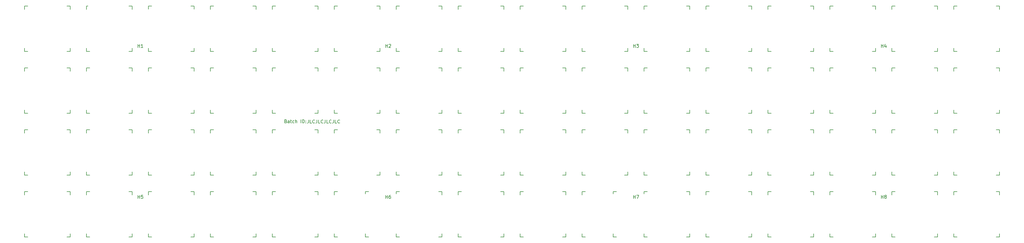
<source format=gbr>
%TF.GenerationSoftware,KiCad,Pcbnew,(6.0.11)*%
%TF.CreationDate,2023-02-13T13:43:31-05:00*%
%TF.ProjectId,HardLight,48617264-4c69-4676-9874-2e6b69636164,Mark 2 Rev F*%
%TF.SameCoordinates,Original*%
%TF.FileFunction,Legend,Top*%
%TF.FilePolarity,Positive*%
%FSLAX46Y46*%
G04 Gerber Fmt 4.6, Leading zero omitted, Abs format (unit mm)*
G04 Created by KiCad (PCBNEW (6.0.11)) date 2023-02-13 13:43:31*
%MOMM*%
%LPD*%
G01*
G04 APERTURE LIST*
%ADD10C,0.150000*%
%ADD11C,3.987800*%
%ADD12C,1.701800*%
%ADD13C,2.286000*%
%ADD14C,3.200000*%
%ADD15O,2.150000X1.750000*%
%ADD16C,0.650000*%
%ADD17O,1.000000X1.600000*%
%ADD18O,1.000000X2.100000*%
G04 APERTURE END LIST*
D10*
X112188988Y-109466071D02*
X112331845Y-109513690D01*
X112379464Y-109561309D01*
X112427083Y-109656547D01*
X112427083Y-109799404D01*
X112379464Y-109894642D01*
X112331845Y-109942261D01*
X112236607Y-109989880D01*
X111855654Y-109989880D01*
X111855654Y-108989880D01*
X112188988Y-108989880D01*
X112284226Y-109037500D01*
X112331845Y-109085119D01*
X112379464Y-109180357D01*
X112379464Y-109275595D01*
X112331845Y-109370833D01*
X112284226Y-109418452D01*
X112188988Y-109466071D01*
X111855654Y-109466071D01*
X113284226Y-109989880D02*
X113284226Y-109466071D01*
X113236607Y-109370833D01*
X113141369Y-109323214D01*
X112950892Y-109323214D01*
X112855654Y-109370833D01*
X113284226Y-109942261D02*
X113188988Y-109989880D01*
X112950892Y-109989880D01*
X112855654Y-109942261D01*
X112808035Y-109847023D01*
X112808035Y-109751785D01*
X112855654Y-109656547D01*
X112950892Y-109608928D01*
X113188988Y-109608928D01*
X113284226Y-109561309D01*
X113617559Y-109323214D02*
X113998511Y-109323214D01*
X113760416Y-108989880D02*
X113760416Y-109847023D01*
X113808035Y-109942261D01*
X113903273Y-109989880D01*
X113998511Y-109989880D01*
X114760416Y-109942261D02*
X114665178Y-109989880D01*
X114474702Y-109989880D01*
X114379464Y-109942261D01*
X114331845Y-109894642D01*
X114284226Y-109799404D01*
X114284226Y-109513690D01*
X114331845Y-109418452D01*
X114379464Y-109370833D01*
X114474702Y-109323214D01*
X114665178Y-109323214D01*
X114760416Y-109370833D01*
X115188988Y-109989880D02*
X115188988Y-108989880D01*
X115617559Y-109989880D02*
X115617559Y-109466071D01*
X115569940Y-109370833D01*
X115474702Y-109323214D01*
X115331845Y-109323214D01*
X115236607Y-109370833D01*
X115188988Y-109418452D01*
X116855654Y-109989880D02*
X116855654Y-108989880D01*
X117331845Y-109989880D02*
X117331845Y-108989880D01*
X117569940Y-108989880D01*
X117712797Y-109037500D01*
X117808035Y-109132738D01*
X117855654Y-109227976D01*
X117903273Y-109418452D01*
X117903273Y-109561309D01*
X117855654Y-109751785D01*
X117808035Y-109847023D01*
X117712797Y-109942261D01*
X117569940Y-109989880D01*
X117331845Y-109989880D01*
X118331845Y-109894642D02*
X118379464Y-109942261D01*
X118331845Y-109989880D01*
X118284226Y-109942261D01*
X118331845Y-109894642D01*
X118331845Y-109989880D01*
X118331845Y-109370833D02*
X118379464Y-109418452D01*
X118331845Y-109466071D01*
X118284226Y-109418452D01*
X118331845Y-109370833D01*
X118331845Y-109466071D01*
X119205952Y-109053380D02*
X119205952Y-109767666D01*
X119158333Y-109910523D01*
X119063095Y-110005761D01*
X118920238Y-110053380D01*
X118825000Y-110053380D01*
X120158333Y-110053380D02*
X119682142Y-110053380D01*
X119682142Y-109053380D01*
X121063095Y-109958142D02*
X121015476Y-110005761D01*
X120872619Y-110053380D01*
X120777380Y-110053380D01*
X120634523Y-110005761D01*
X120539285Y-109910523D01*
X120491666Y-109815285D01*
X120444047Y-109624809D01*
X120444047Y-109481952D01*
X120491666Y-109291476D01*
X120539285Y-109196238D01*
X120634523Y-109101000D01*
X120777380Y-109053380D01*
X120872619Y-109053380D01*
X121015476Y-109101000D01*
X121063095Y-109148619D01*
X121777380Y-109053380D02*
X121777380Y-109767666D01*
X121729761Y-109910523D01*
X121634523Y-110005761D01*
X121491666Y-110053380D01*
X121396428Y-110053380D01*
X122729761Y-110053380D02*
X122253571Y-110053380D01*
X122253571Y-109053380D01*
X123634523Y-109958142D02*
X123586904Y-110005761D01*
X123444047Y-110053380D01*
X123348809Y-110053380D01*
X123205952Y-110005761D01*
X123110714Y-109910523D01*
X123063095Y-109815285D01*
X123015476Y-109624809D01*
X123015476Y-109481952D01*
X123063095Y-109291476D01*
X123110714Y-109196238D01*
X123205952Y-109101000D01*
X123348809Y-109053380D01*
X123444047Y-109053380D01*
X123586904Y-109101000D01*
X123634523Y-109148619D01*
X124348809Y-109053380D02*
X124348809Y-109767666D01*
X124301190Y-109910523D01*
X124205952Y-110005761D01*
X124063095Y-110053380D01*
X123967857Y-110053380D01*
X125301190Y-110053380D02*
X124825000Y-110053380D01*
X124825000Y-109053380D01*
X126205952Y-109958142D02*
X126158333Y-110005761D01*
X126015476Y-110053380D01*
X125920238Y-110053380D01*
X125777380Y-110005761D01*
X125682142Y-109910523D01*
X125634523Y-109815285D01*
X125586904Y-109624809D01*
X125586904Y-109481952D01*
X125634523Y-109291476D01*
X125682142Y-109196238D01*
X125777380Y-109101000D01*
X125920238Y-109053380D01*
X126015476Y-109053380D01*
X126158333Y-109101000D01*
X126205952Y-109148619D01*
X126920238Y-109053380D02*
X126920238Y-109767666D01*
X126872619Y-109910523D01*
X126777380Y-110005761D01*
X126634523Y-110053380D01*
X126539285Y-110053380D01*
X127872619Y-110053380D02*
X127396428Y-110053380D01*
X127396428Y-109053380D01*
X128777380Y-109958142D02*
X128729761Y-110005761D01*
X128586904Y-110053380D01*
X128491666Y-110053380D01*
X128348809Y-110005761D01*
X128253571Y-109910523D01*
X128205952Y-109815285D01*
X128158333Y-109624809D01*
X128158333Y-109481952D01*
X128205952Y-109291476D01*
X128253571Y-109196238D01*
X128348809Y-109101000D01*
X128491666Y-109053380D01*
X128586904Y-109053380D01*
X128729761Y-109101000D01*
X128777380Y-109148619D01*
%TO.C,H1*%
X66706845Y-86734180D02*
X66706845Y-85734180D01*
X66706845Y-86210371D02*
X67278273Y-86210371D01*
X67278273Y-86734180D02*
X67278273Y-85734180D01*
X68278273Y-86734180D02*
X67706845Y-86734180D01*
X67992559Y-86734180D02*
X67992559Y-85734180D01*
X67897321Y-85877038D01*
X67802083Y-85972276D01*
X67706845Y-86019895D01*
%TO.C,H2*%
X142906845Y-86739880D02*
X142906845Y-85739880D01*
X142906845Y-86216071D02*
X143478273Y-86216071D01*
X143478273Y-86739880D02*
X143478273Y-85739880D01*
X143906845Y-85835119D02*
X143954464Y-85787500D01*
X144049702Y-85739880D01*
X144287797Y-85739880D01*
X144383035Y-85787500D01*
X144430654Y-85835119D01*
X144478273Y-85930357D01*
X144478273Y-86025595D01*
X144430654Y-86168452D01*
X143859226Y-86739880D01*
X144478273Y-86739880D01*
%TO.C,H3*%
X219106845Y-86734180D02*
X219106845Y-85734180D01*
X219106845Y-86210371D02*
X219678273Y-86210371D01*
X219678273Y-86734180D02*
X219678273Y-85734180D01*
X220059226Y-85734180D02*
X220678273Y-85734180D01*
X220344940Y-86115133D01*
X220487797Y-86115133D01*
X220583035Y-86162752D01*
X220630654Y-86210371D01*
X220678273Y-86305609D01*
X220678273Y-86543704D01*
X220630654Y-86638942D01*
X220583035Y-86686561D01*
X220487797Y-86734180D01*
X220202083Y-86734180D01*
X220106845Y-86686561D01*
X220059226Y-86638942D01*
%TO.C,H4*%
X295302045Y-86734180D02*
X295302045Y-85734180D01*
X295302045Y-86210371D02*
X295873473Y-86210371D01*
X295873473Y-86734180D02*
X295873473Y-85734180D01*
X296778235Y-86067514D02*
X296778235Y-86734180D01*
X296540140Y-85686561D02*
X296302045Y-86400847D01*
X296921092Y-86400847D01*
%TO.C,H5*%
X66706845Y-133231780D02*
X66706845Y-132231780D01*
X66706845Y-132707971D02*
X67278273Y-132707971D01*
X67278273Y-133231780D02*
X67278273Y-132231780D01*
X68230654Y-132231780D02*
X67754464Y-132231780D01*
X67706845Y-132707971D01*
X67754464Y-132660352D01*
X67849702Y-132612733D01*
X68087797Y-132612733D01*
X68183035Y-132660352D01*
X68230654Y-132707971D01*
X68278273Y-132803209D01*
X68278273Y-133041304D01*
X68230654Y-133136542D01*
X68183035Y-133184161D01*
X68087797Y-133231780D01*
X67849702Y-133231780D01*
X67754464Y-133184161D01*
X67706845Y-133136542D01*
%TO.C,H6*%
X142906845Y-133237480D02*
X142906845Y-132237480D01*
X142906845Y-132713671D02*
X143478273Y-132713671D01*
X143478273Y-133237480D02*
X143478273Y-132237480D01*
X144383035Y-132237480D02*
X144192559Y-132237480D01*
X144097321Y-132285100D01*
X144049702Y-132332719D01*
X143954464Y-132475576D01*
X143906845Y-132666052D01*
X143906845Y-133047004D01*
X143954464Y-133142242D01*
X144002083Y-133189861D01*
X144097321Y-133237480D01*
X144287797Y-133237480D01*
X144383035Y-133189861D01*
X144430654Y-133142242D01*
X144478273Y-133047004D01*
X144478273Y-132808909D01*
X144430654Y-132713671D01*
X144383035Y-132666052D01*
X144287797Y-132618433D01*
X144097321Y-132618433D01*
X144002083Y-132666052D01*
X143954464Y-132713671D01*
X143906845Y-132808909D01*
%TO.C,H7*%
X219106845Y-133231780D02*
X219106845Y-132231780D01*
X219106845Y-132707971D02*
X219678273Y-132707971D01*
X219678273Y-133231780D02*
X219678273Y-132231780D01*
X220059226Y-132231780D02*
X220725892Y-132231780D01*
X220297321Y-133231780D01*
%TO.C,H8*%
X295302045Y-133231780D02*
X295302045Y-132231780D01*
X295302045Y-132707971D02*
X295873473Y-132707971D01*
X295873473Y-133231780D02*
X295873473Y-132231780D01*
X296492521Y-132660352D02*
X296397283Y-132612733D01*
X296349664Y-132565114D01*
X296302045Y-132469876D01*
X296302045Y-132422257D01*
X296349664Y-132327019D01*
X296397283Y-132279400D01*
X296492521Y-132231780D01*
X296682997Y-132231780D01*
X296778235Y-132279400D01*
X296825854Y-132327019D01*
X296873473Y-132422257D01*
X296873473Y-132469876D01*
X296825854Y-132565114D01*
X296778235Y-132612733D01*
X296682997Y-132660352D01*
X296492521Y-132660352D01*
X296397283Y-132707971D01*
X296349664Y-132755590D01*
X296302045Y-132850828D01*
X296302045Y-133041304D01*
X296349664Y-133136542D01*
X296397283Y-133184161D01*
X296492521Y-133231780D01*
X296682997Y-133231780D01*
X296778235Y-133184161D01*
X296825854Y-133136542D01*
X296873473Y-133041304D01*
X296873473Y-132850828D01*
X296825854Y-132755590D01*
X296778235Y-132707971D01*
X296682997Y-132660352D01*
%TO.C,K2*%
X64943750Y-86962500D02*
X64943750Y-87962500D01*
X50943750Y-74962500D02*
X50943750Y-73962500D01*
X50943750Y-87962500D02*
X50943750Y-86962500D01*
X64943750Y-73962500D02*
X64943750Y-74962500D01*
X50943750Y-87962500D02*
X51943750Y-87962500D01*
X51943750Y-73962500D02*
X50943750Y-73962500D01*
X63943750Y-87962500D02*
X64943750Y-87962500D01*
X64943750Y-73962500D02*
X63943750Y-73962500D01*
%TO.C,K3*%
X83993750Y-86949800D02*
X83993750Y-87949800D01*
X69993750Y-87949800D02*
X70993750Y-87949800D01*
X69993750Y-87949800D02*
X69993750Y-86949800D01*
X69993750Y-74949800D02*
X69993750Y-73949800D01*
X83993750Y-73949800D02*
X82993750Y-73949800D01*
X70993750Y-73949800D02*
X69993750Y-73949800D01*
X82993750Y-87949800D02*
X83993750Y-87949800D01*
X83993750Y-73949800D02*
X83993750Y-74949800D01*
%TO.C,K6*%
X141143750Y-73962500D02*
X141143750Y-74962500D01*
X141143750Y-86962500D02*
X141143750Y-87962500D01*
X140143750Y-87962500D02*
X141143750Y-87962500D01*
X127143750Y-87962500D02*
X128143750Y-87962500D01*
X141143750Y-73962500D02*
X140143750Y-73962500D01*
X127143750Y-87962500D02*
X127143750Y-86962500D01*
X128143750Y-73962500D02*
X127143750Y-73962500D01*
X127143750Y-74962500D02*
X127143750Y-73962500D01*
%TO.C,K7*%
X160193750Y-86962500D02*
X160193750Y-87962500D01*
X160193750Y-73962500D02*
X160193750Y-74962500D01*
X160193750Y-73962500D02*
X159193750Y-73962500D01*
X146193750Y-74962500D02*
X146193750Y-73962500D01*
X146193750Y-87962500D02*
X146193750Y-86962500D01*
X146193750Y-87962500D02*
X147193750Y-87962500D01*
X159193750Y-87962500D02*
X160193750Y-87962500D01*
X147193750Y-73962500D02*
X146193750Y-73962500D01*
%TO.C,K8*%
X179243750Y-86962500D02*
X179243750Y-87962500D01*
X165243750Y-87962500D02*
X165243750Y-86962500D01*
X165243750Y-87962500D02*
X166243750Y-87962500D01*
X166243750Y-73962500D02*
X165243750Y-73962500D01*
X179243750Y-73962500D02*
X178243750Y-73962500D01*
X178243750Y-87962500D02*
X179243750Y-87962500D01*
X165243750Y-74962500D02*
X165243750Y-73962500D01*
X179243750Y-73962500D02*
X179243750Y-74962500D01*
%TO.C,K9*%
X198293750Y-73962500D02*
X197293750Y-73962500D01*
X198293750Y-73962500D02*
X198293750Y-74962500D01*
X184293750Y-87962500D02*
X185293750Y-87962500D01*
X184293750Y-74962500D02*
X184293750Y-73962500D01*
X197293750Y-87962500D02*
X198293750Y-87962500D01*
X198293750Y-86962500D02*
X198293750Y-87962500D01*
X184293750Y-87962500D02*
X184293750Y-86962500D01*
X185293750Y-73962500D02*
X184293750Y-73962500D01*
%TO.C,K10*%
X217343750Y-73962500D02*
X216343750Y-73962500D01*
X204343750Y-73962500D02*
X203343750Y-73962500D01*
X216343750Y-87962500D02*
X217343750Y-87962500D01*
X217343750Y-73962500D02*
X217343750Y-74962500D01*
X203343750Y-74962500D02*
X203343750Y-73962500D01*
X217343750Y-86962500D02*
X217343750Y-87962500D01*
X203343750Y-87962500D02*
X204343750Y-87962500D01*
X203343750Y-87962500D02*
X203343750Y-86962500D01*
%TO.C,K11*%
X236393750Y-73962500D02*
X235393750Y-73962500D01*
X222393750Y-87962500D02*
X223393750Y-87962500D01*
X235393750Y-87962500D02*
X236393750Y-87962500D01*
X236393750Y-86962500D02*
X236393750Y-87962500D01*
X236393750Y-73962500D02*
X236393750Y-74962500D01*
X223393750Y-73962500D02*
X222393750Y-73962500D01*
X222393750Y-87962500D02*
X222393750Y-86962500D01*
X222393750Y-74962500D02*
X222393750Y-73962500D01*
%TO.C,K12*%
X242443750Y-73962500D02*
X241443750Y-73962500D01*
X241443750Y-74962500D02*
X241443750Y-73962500D01*
X254443750Y-87962500D02*
X255443750Y-87962500D01*
X241443750Y-87962500D02*
X242443750Y-87962500D01*
X255443750Y-73962500D02*
X254443750Y-73962500D01*
X255443750Y-86962500D02*
X255443750Y-87962500D01*
X241443750Y-87962500D02*
X241443750Y-86962500D01*
X255443750Y-73962500D02*
X255443750Y-74962500D01*
%TO.C,K13*%
X273493750Y-87962500D02*
X274493750Y-87962500D01*
X274493750Y-73962500D02*
X274493750Y-74962500D01*
X260493750Y-87962500D02*
X261493750Y-87962500D01*
X260493750Y-74962500D02*
X260493750Y-73962500D01*
X260493750Y-87962500D02*
X260493750Y-86962500D01*
X274493750Y-73962500D02*
X273493750Y-73962500D01*
X261493750Y-73962500D02*
X260493750Y-73962500D01*
X274493750Y-86962500D02*
X274493750Y-87962500D01*
%TO.C,K14*%
X279543750Y-87962500D02*
X279543750Y-86962500D01*
X293543750Y-73962500D02*
X292543750Y-73962500D01*
X279543750Y-74962500D02*
X279543750Y-73962500D01*
X279543750Y-87962500D02*
X280543750Y-87962500D01*
X293543750Y-73962500D02*
X293543750Y-74962500D01*
X293543750Y-86962500D02*
X293543750Y-87962500D01*
X292543750Y-87962500D02*
X293543750Y-87962500D01*
X280543750Y-73962500D02*
X279543750Y-73962500D01*
%TO.C,K15*%
X312593750Y-73962500D02*
X311593750Y-73962500D01*
X311593750Y-87962500D02*
X312593750Y-87962500D01*
X312593750Y-86962500D02*
X312593750Y-87962500D01*
X298593750Y-87962500D02*
X299593750Y-87962500D01*
X312593750Y-73962500D02*
X312593750Y-74962500D01*
X298593750Y-87962500D02*
X298593750Y-86962500D01*
X299593750Y-73962500D02*
X298593750Y-73962500D01*
X298593750Y-74962500D02*
X298593750Y-73962500D01*
%TO.C,K16*%
X331643750Y-86962500D02*
X331643750Y-87962500D01*
X317643750Y-87962500D02*
X318643750Y-87962500D01*
X331643750Y-73962500D02*
X330643750Y-73962500D01*
X317643750Y-74962500D02*
X317643750Y-73962500D01*
X317643750Y-87962500D02*
X317643750Y-86962500D01*
X331643750Y-73962500D02*
X331643750Y-74962500D01*
X318643750Y-73962500D02*
X317643750Y-73962500D01*
X330643750Y-87962500D02*
X331643750Y-87962500D01*
%TO.C,K17*%
X31893750Y-107012500D02*
X31893750Y-106012500D01*
X31893750Y-94012500D02*
X31893750Y-93012500D01*
X44893750Y-107012500D02*
X45893750Y-107012500D01*
X32893750Y-93012500D02*
X31893750Y-93012500D01*
X31893750Y-107012500D02*
X32893750Y-107012500D01*
X45893750Y-106012500D02*
X45893750Y-107012500D01*
X45893750Y-93012500D02*
X44893750Y-93012500D01*
X45893750Y-93012500D02*
X45893750Y-94012500D01*
%TO.C,K18*%
X64943750Y-93012500D02*
X63943750Y-93012500D01*
X50943750Y-107012500D02*
X50943750Y-106012500D01*
X50943750Y-94012500D02*
X50943750Y-93012500D01*
X64943750Y-106012500D02*
X64943750Y-107012500D01*
X51943750Y-93012500D02*
X50943750Y-93012500D01*
X64943750Y-93012500D02*
X64943750Y-94012500D01*
X50943750Y-107012500D02*
X51943750Y-107012500D01*
X63943750Y-107012500D02*
X64943750Y-107012500D01*
%TO.C,K19*%
X70993750Y-93012500D02*
X69993750Y-93012500D01*
X83993750Y-93012500D02*
X83993750Y-94012500D01*
X83993750Y-93012500D02*
X82993750Y-93012500D01*
X69993750Y-107012500D02*
X69993750Y-106012500D01*
X69993750Y-94012500D02*
X69993750Y-93012500D01*
X83993750Y-106012500D02*
X83993750Y-107012500D01*
X82993750Y-107012500D02*
X83993750Y-107012500D01*
X69993750Y-107012500D02*
X70993750Y-107012500D01*
%TO.C,K22*%
X128143750Y-93012500D02*
X127143750Y-93012500D01*
X141143750Y-106012500D02*
X141143750Y-107012500D01*
X127143750Y-107012500D02*
X128143750Y-107012500D01*
X141143750Y-93012500D02*
X141143750Y-94012500D01*
X127143750Y-107012500D02*
X127143750Y-106012500D01*
X141143750Y-93012500D02*
X140143750Y-93012500D01*
X127143750Y-94012500D02*
X127143750Y-93012500D01*
X140143750Y-107012500D02*
X141143750Y-107012500D01*
%TO.C,K23*%
X160193750Y-106012500D02*
X160193750Y-107012500D01*
X160193750Y-93012500D02*
X160193750Y-94012500D01*
X146193750Y-107012500D02*
X146193750Y-106012500D01*
X160193750Y-93012500D02*
X159193750Y-93012500D01*
X159193750Y-107012500D02*
X160193750Y-107012500D01*
X147193750Y-93012500D02*
X146193750Y-93012500D01*
X146193750Y-94012500D02*
X146193750Y-93012500D01*
X146193750Y-107012500D02*
X147193750Y-107012500D01*
%TO.C,K24*%
X179243750Y-106012500D02*
X179243750Y-107012500D01*
X165243750Y-94012500D02*
X165243750Y-93012500D01*
X165243750Y-107012500D02*
X165243750Y-106012500D01*
X178243750Y-107012500D02*
X179243750Y-107012500D01*
X179243750Y-93012500D02*
X179243750Y-94012500D01*
X165243750Y-107012500D02*
X166243750Y-107012500D01*
X179243750Y-93012500D02*
X178243750Y-93012500D01*
X166243750Y-93012500D02*
X165243750Y-93012500D01*
%TO.C,K25*%
X198293750Y-93012500D02*
X197293750Y-93012500D01*
X185293750Y-93012500D02*
X184293750Y-93012500D01*
X184293750Y-94012500D02*
X184293750Y-93012500D01*
X198293750Y-93012500D02*
X198293750Y-94012500D01*
X197293750Y-107012500D02*
X198293750Y-107012500D01*
X184293750Y-107012500D02*
X184293750Y-106012500D01*
X198293750Y-106012500D02*
X198293750Y-107012500D01*
X184293750Y-107012500D02*
X185293750Y-107012500D01*
%TO.C,K26*%
X217343750Y-106012500D02*
X217343750Y-107012500D01*
X203343750Y-107012500D02*
X204343750Y-107012500D01*
X203343750Y-94012500D02*
X203343750Y-93012500D01*
X203343750Y-107012500D02*
X203343750Y-106012500D01*
X217343750Y-93012500D02*
X217343750Y-94012500D01*
X204343750Y-93012500D02*
X203343750Y-93012500D01*
X216343750Y-107012500D02*
X217343750Y-107012500D01*
X217343750Y-93012500D02*
X216343750Y-93012500D01*
%TO.C,K27*%
X222393750Y-107012500D02*
X223393750Y-107012500D01*
X236393750Y-106012500D02*
X236393750Y-107012500D01*
X236393750Y-93012500D02*
X236393750Y-94012500D01*
X222393750Y-94012500D02*
X222393750Y-93012500D01*
X235393750Y-107012500D02*
X236393750Y-107012500D01*
X223393750Y-93012500D02*
X222393750Y-93012500D01*
X236393750Y-93012500D02*
X235393750Y-93012500D01*
X222393750Y-107012500D02*
X222393750Y-106012500D01*
%TO.C,K28*%
X255443750Y-93012500D02*
X254443750Y-93012500D01*
X241443750Y-107012500D02*
X241443750Y-106012500D01*
X242443750Y-93012500D02*
X241443750Y-93012500D01*
X255443750Y-93012500D02*
X255443750Y-94012500D01*
X241443750Y-94012500D02*
X241443750Y-93012500D01*
X241443750Y-107012500D02*
X242443750Y-107012500D01*
X255443750Y-106012500D02*
X255443750Y-107012500D01*
X254443750Y-107012500D02*
X255443750Y-107012500D01*
%TO.C,K29*%
X274493750Y-93012500D02*
X273493750Y-93012500D01*
X260493750Y-107012500D02*
X260493750Y-106012500D01*
X261493750Y-93012500D02*
X260493750Y-93012500D01*
X260493750Y-107012500D02*
X261493750Y-107012500D01*
X274493750Y-93012500D02*
X274493750Y-94012500D01*
X274493750Y-106012500D02*
X274493750Y-107012500D01*
X273493750Y-107012500D02*
X274493750Y-107012500D01*
X260493750Y-94012500D02*
X260493750Y-93012500D01*
%TO.C,K30*%
X280543750Y-93012500D02*
X279543750Y-93012500D01*
X293543750Y-106012500D02*
X293543750Y-107012500D01*
X279543750Y-107012500D02*
X279543750Y-106012500D01*
X279543750Y-94012500D02*
X279543750Y-93012500D01*
X279543750Y-107012500D02*
X280543750Y-107012500D01*
X293543750Y-93012500D02*
X293543750Y-94012500D01*
X293543750Y-93012500D02*
X292543750Y-93012500D01*
X292543750Y-107012500D02*
X293543750Y-107012500D01*
%TO.C,K31*%
X312593750Y-106012500D02*
X312593750Y-107012500D01*
X311593750Y-107012500D02*
X312593750Y-107012500D01*
X312593750Y-93012500D02*
X312593750Y-94012500D01*
X312593750Y-93012500D02*
X311593750Y-93012500D01*
X298593750Y-107012500D02*
X299593750Y-107012500D01*
X298593750Y-94012500D02*
X298593750Y-93012500D01*
X298593750Y-107012500D02*
X298593750Y-106012500D01*
X299593750Y-93012500D02*
X298593750Y-93012500D01*
%TO.C,K32*%
X317643750Y-94012500D02*
X317643750Y-93012500D01*
X331643750Y-93012500D02*
X331643750Y-94012500D01*
X330643750Y-107012500D02*
X331643750Y-107012500D01*
X331643750Y-93012500D02*
X330643750Y-93012500D01*
X318643750Y-93012500D02*
X317643750Y-93012500D01*
X317643750Y-107012500D02*
X318643750Y-107012500D01*
X317643750Y-107012500D02*
X317643750Y-106012500D01*
X331643750Y-106012500D02*
X331643750Y-107012500D01*
%TO.C,K33*%
X45893750Y-112062500D02*
X44893750Y-112062500D01*
X45893750Y-125062500D02*
X45893750Y-126062500D01*
X31893750Y-126062500D02*
X31893750Y-125062500D01*
X45893750Y-112062500D02*
X45893750Y-113062500D01*
X44893750Y-126062500D02*
X45893750Y-126062500D01*
X31893750Y-113062500D02*
X31893750Y-112062500D01*
X31893750Y-126062500D02*
X32893750Y-126062500D01*
X32893750Y-112062500D02*
X31893750Y-112062500D01*
%TO.C,K34*%
X50943750Y-113062500D02*
X50943750Y-112062500D01*
X50943750Y-126062500D02*
X51943750Y-126062500D01*
X63943750Y-126062500D02*
X64943750Y-126062500D01*
X64943750Y-125062500D02*
X64943750Y-126062500D01*
X51943750Y-112062500D02*
X50943750Y-112062500D01*
X64943750Y-112062500D02*
X63943750Y-112062500D01*
X50943750Y-126062500D02*
X50943750Y-125062500D01*
X64943750Y-112062500D02*
X64943750Y-113062500D01*
%TO.C,K35*%
X69993750Y-126062500D02*
X70993750Y-126062500D01*
X69993750Y-126062500D02*
X69993750Y-125062500D01*
X83993750Y-112062500D02*
X82993750Y-112062500D01*
X70993750Y-112062500D02*
X69993750Y-112062500D01*
X83993750Y-112062500D02*
X83993750Y-113062500D01*
X83993750Y-125062500D02*
X83993750Y-126062500D01*
X82993750Y-126062500D02*
X83993750Y-126062500D01*
X69993750Y-113062500D02*
X69993750Y-112062500D01*
%TO.C,K36*%
X90043750Y-112062500D02*
X89043750Y-112062500D01*
X103043750Y-112062500D02*
X102043750Y-112062500D01*
X89043750Y-126062500D02*
X90043750Y-126062500D01*
X102043750Y-126062500D02*
X103043750Y-126062500D01*
X89043750Y-126062500D02*
X89043750Y-125062500D01*
X103043750Y-125062500D02*
X103043750Y-126062500D01*
X89043750Y-113062500D02*
X89043750Y-112062500D01*
X103043750Y-112062500D02*
X103043750Y-113062500D01*
%TO.C,K37*%
X122093750Y-112062500D02*
X122093750Y-113062500D01*
X109093750Y-112062500D02*
X108093750Y-112062500D01*
X122093750Y-125062500D02*
X122093750Y-126062500D01*
X108093750Y-126062500D02*
X109093750Y-126062500D01*
X108093750Y-126062500D02*
X108093750Y-125062500D01*
X122093750Y-112062500D02*
X121093750Y-112062500D01*
X108093750Y-113062500D02*
X108093750Y-112062500D01*
X121093750Y-126062500D02*
X122093750Y-126062500D01*
%TO.C,K38*%
X127143750Y-113062500D02*
X127143750Y-112062500D01*
X140143750Y-126062500D02*
X141143750Y-126062500D01*
X128143750Y-112062500D02*
X127143750Y-112062500D01*
X141143750Y-112062500D02*
X140143750Y-112062500D01*
X127143750Y-126062500D02*
X128143750Y-126062500D01*
X141143750Y-112062500D02*
X141143750Y-113062500D01*
X141143750Y-125062500D02*
X141143750Y-126062500D01*
X127143750Y-126062500D02*
X127143750Y-125062500D01*
%TO.C,K39*%
X147193750Y-112062500D02*
X146193750Y-112062500D01*
X160193750Y-112062500D02*
X159193750Y-112062500D01*
X146193750Y-113062500D02*
X146193750Y-112062500D01*
X159193750Y-126062500D02*
X160193750Y-126062500D01*
X146193750Y-126062500D02*
X146193750Y-125062500D01*
X160193750Y-125062500D02*
X160193750Y-126062500D01*
X160193750Y-112062500D02*
X160193750Y-113062500D01*
X146193750Y-126062500D02*
X147193750Y-126062500D01*
%TO.C,K40*%
X179243750Y-112062500D02*
X179243750Y-113062500D01*
X178243750Y-126062500D02*
X179243750Y-126062500D01*
X165243750Y-126062500D02*
X166243750Y-126062500D01*
X166243750Y-112062500D02*
X165243750Y-112062500D01*
X179243750Y-112062500D02*
X178243750Y-112062500D01*
X179243750Y-125062500D02*
X179243750Y-126062500D01*
X165243750Y-113062500D02*
X165243750Y-112062500D01*
X165243750Y-126062500D02*
X165243750Y-125062500D01*
%TO.C,K41*%
X184293750Y-126062500D02*
X184293750Y-125062500D01*
X197293750Y-126062500D02*
X198293750Y-126062500D01*
X198293750Y-112062500D02*
X198293750Y-113062500D01*
X184293750Y-126062500D02*
X185293750Y-126062500D01*
X198293750Y-125062500D02*
X198293750Y-126062500D01*
X198293750Y-112062500D02*
X197293750Y-112062500D01*
X185293750Y-112062500D02*
X184293750Y-112062500D01*
X184293750Y-113062500D02*
X184293750Y-112062500D01*
%TO.C,K42*%
X203343750Y-126062500D02*
X204343750Y-126062500D01*
X203343750Y-126062500D02*
X203343750Y-125062500D01*
X217343750Y-112062500D02*
X217343750Y-113062500D01*
X217343750Y-112062500D02*
X216343750Y-112062500D01*
X204343750Y-112062500D02*
X203343750Y-112062500D01*
X203343750Y-113062500D02*
X203343750Y-112062500D01*
X216343750Y-126062500D02*
X217343750Y-126062500D01*
X217343750Y-125062500D02*
X217343750Y-126062500D01*
%TO.C,K43*%
X236393750Y-125062500D02*
X236393750Y-126062500D01*
X223393750Y-112062500D02*
X222393750Y-112062500D01*
X235393750Y-126062500D02*
X236393750Y-126062500D01*
X222393750Y-126062500D02*
X222393750Y-125062500D01*
X222393750Y-126062500D02*
X223393750Y-126062500D01*
X236393750Y-112062500D02*
X235393750Y-112062500D01*
X222393750Y-113062500D02*
X222393750Y-112062500D01*
X236393750Y-112062500D02*
X236393750Y-113062500D01*
%TO.C,K44*%
X241443750Y-113062500D02*
X241443750Y-112062500D01*
X254443750Y-126062500D02*
X255443750Y-126062500D01*
X255443750Y-125062500D02*
X255443750Y-126062500D01*
X241443750Y-126062500D02*
X242443750Y-126062500D01*
X242443750Y-112062500D02*
X241443750Y-112062500D01*
X241443750Y-126062500D02*
X241443750Y-125062500D01*
X255443750Y-112062500D02*
X254443750Y-112062500D01*
X255443750Y-112062500D02*
X255443750Y-113062500D01*
%TO.C,K45*%
X274493750Y-112062500D02*
X273493750Y-112062500D01*
X261493750Y-112062500D02*
X260493750Y-112062500D01*
X273493750Y-126062500D02*
X274493750Y-126062500D01*
X260493750Y-126062500D02*
X261493750Y-126062500D01*
X260493750Y-113062500D02*
X260493750Y-112062500D01*
X260493750Y-126062500D02*
X260493750Y-125062500D01*
X274493750Y-125062500D02*
X274493750Y-126062500D01*
X274493750Y-112062500D02*
X274493750Y-113062500D01*
%TO.C,K46*%
X279543750Y-113062500D02*
X279543750Y-112062500D01*
X293543750Y-125062500D02*
X293543750Y-126062500D01*
X279543750Y-126062500D02*
X279543750Y-125062500D01*
X293543750Y-112062500D02*
X293543750Y-113062500D01*
X280543750Y-112062500D02*
X279543750Y-112062500D01*
X293543750Y-112062500D02*
X292543750Y-112062500D01*
X279543750Y-126062500D02*
X280543750Y-126062500D01*
X292543750Y-126062500D02*
X293543750Y-126062500D01*
%TO.C,K47*%
X298593750Y-126062500D02*
X298593750Y-125062500D01*
X312593750Y-112062500D02*
X311593750Y-112062500D01*
X312593750Y-125062500D02*
X312593750Y-126062500D01*
X298593750Y-126062500D02*
X299593750Y-126062500D01*
X299593750Y-112062500D02*
X298593750Y-112062500D01*
X312593750Y-112062500D02*
X312593750Y-113062500D01*
X298593750Y-113062500D02*
X298593750Y-112062500D01*
X311593750Y-126062500D02*
X312593750Y-126062500D01*
%TO.C,K48*%
X331643750Y-112062500D02*
X330643750Y-112062500D01*
X317643750Y-113062500D02*
X317643750Y-112062500D01*
X317643750Y-126062500D02*
X318643750Y-126062500D01*
X318643750Y-112062500D02*
X317643750Y-112062500D01*
X331643750Y-125062500D02*
X331643750Y-126062500D01*
X330643750Y-126062500D02*
X331643750Y-126062500D01*
X331643750Y-112062500D02*
X331643750Y-113062500D01*
X317643750Y-126062500D02*
X317643750Y-125062500D01*
%TO.C,K49*%
X31893750Y-145112500D02*
X31893750Y-144112500D01*
X45893750Y-131112500D02*
X45893750Y-132112500D01*
X45893750Y-131112500D02*
X44893750Y-131112500D01*
X32893750Y-131112500D02*
X31893750Y-131112500D01*
X45893750Y-144112500D02*
X45893750Y-145112500D01*
X31893750Y-145112500D02*
X32893750Y-145112500D01*
X31893750Y-132112500D02*
X31893750Y-131112500D01*
X44893750Y-145112500D02*
X45893750Y-145112500D01*
%TO.C,K50*%
X64943750Y-144112500D02*
X64943750Y-145112500D01*
X64943750Y-131112500D02*
X63943750Y-131112500D01*
X50943750Y-145112500D02*
X51943750Y-145112500D01*
X51943750Y-131112500D02*
X50943750Y-131112500D01*
X63943750Y-145112500D02*
X64943750Y-145112500D01*
X50943750Y-132112500D02*
X50943750Y-131112500D01*
X64943750Y-131112500D02*
X64943750Y-132112500D01*
X50943750Y-145112500D02*
X50943750Y-144112500D01*
%TO.C,K51*%
X82993750Y-145112500D02*
X83993750Y-145112500D01*
X70993750Y-131112500D02*
X69993750Y-131112500D01*
X83993750Y-144112500D02*
X83993750Y-145112500D01*
X83993750Y-131112500D02*
X82993750Y-131112500D01*
X69993750Y-145112500D02*
X69993750Y-144112500D01*
X83993750Y-131112500D02*
X83993750Y-132112500D01*
X69993750Y-145112500D02*
X70993750Y-145112500D01*
X69993750Y-132112500D02*
X69993750Y-131112500D01*
%TO.C,K52*%
X89043750Y-145112500D02*
X89043750Y-144112500D01*
X102043750Y-145112500D02*
X103043750Y-145112500D01*
X103043750Y-144112500D02*
X103043750Y-145112500D01*
X89043750Y-145112500D02*
X90043750Y-145112500D01*
X89043750Y-132112500D02*
X89043750Y-131112500D01*
X103043750Y-131112500D02*
X103043750Y-132112500D01*
X90043750Y-131112500D02*
X89043750Y-131112500D01*
X103043750Y-131112500D02*
X102043750Y-131112500D01*
%TO.C,K53*%
X108093750Y-145112500D02*
X108093750Y-144112500D01*
X122093750Y-144112500D02*
X122093750Y-145112500D01*
X122093750Y-131112500D02*
X121093750Y-131112500D01*
X109093750Y-131112500D02*
X108093750Y-131112500D01*
X108093750Y-145112500D02*
X109093750Y-145112500D01*
X108093750Y-132112500D02*
X108093750Y-131112500D01*
X122093750Y-131112500D02*
X122093750Y-132112500D01*
X121093750Y-145112500D02*
X122093750Y-145112500D01*
%TO.C,K54*%
X127143750Y-132112500D02*
X127143750Y-131112500D01*
X127143750Y-145112500D02*
X128143750Y-145112500D01*
X128143750Y-131112500D02*
X127143750Y-131112500D01*
X127143750Y-145112500D02*
X127143750Y-144112500D01*
%TO.C,K55*%
X159193750Y-145112500D02*
X160193750Y-145112500D01*
X160193750Y-144112500D02*
X160193750Y-145112500D01*
X160193750Y-131112500D02*
X159193750Y-131112500D01*
X160193750Y-131112500D02*
X160193750Y-132112500D01*
X146193750Y-145112500D02*
X146193750Y-144112500D01*
X146193750Y-145112500D02*
X147193750Y-145112500D01*
X147193750Y-131112500D02*
X146193750Y-131112500D01*
X146193750Y-132112500D02*
X146193750Y-131112500D01*
%TO.C,K56*%
X178243750Y-145112500D02*
X179243750Y-145112500D01*
X165243750Y-132112500D02*
X165243750Y-131112500D01*
X179243750Y-131112500D02*
X178243750Y-131112500D01*
X166243750Y-131112500D02*
X165243750Y-131112500D01*
X165243750Y-145112500D02*
X166243750Y-145112500D01*
X179243750Y-144112500D02*
X179243750Y-145112500D01*
X165243750Y-145112500D02*
X165243750Y-144112500D01*
X179243750Y-131112500D02*
X179243750Y-132112500D01*
%TO.C,K57*%
X198293750Y-144112500D02*
X198293750Y-145112500D01*
X197293750Y-145112500D02*
X198293750Y-145112500D01*
X198293750Y-131112500D02*
X198293750Y-132112500D01*
X185293750Y-131112500D02*
X184293750Y-131112500D01*
X198293750Y-131112500D02*
X197293750Y-131112500D01*
X184293750Y-145112500D02*
X185293750Y-145112500D01*
X184293750Y-145112500D02*
X184293750Y-144112500D01*
X184293750Y-132112500D02*
X184293750Y-131112500D01*
%TO.C,K58*%
X203343750Y-132112500D02*
X203343750Y-131112500D01*
X203343750Y-145112500D02*
X204343750Y-145112500D01*
X204343750Y-131112500D02*
X203343750Y-131112500D01*
X203343750Y-145112500D02*
X203343750Y-144112500D01*
%TO.C,K59*%
X236393750Y-131112500D02*
X235393750Y-131112500D01*
X222393750Y-145112500D02*
X223393750Y-145112500D01*
X223393750Y-131112500D02*
X222393750Y-131112500D01*
X236393750Y-144112500D02*
X236393750Y-145112500D01*
X235393750Y-145112500D02*
X236393750Y-145112500D01*
X222393750Y-145112500D02*
X222393750Y-144112500D01*
X236393750Y-131112500D02*
X236393750Y-132112500D01*
X222393750Y-132112500D02*
X222393750Y-131112500D01*
%TO.C,K60*%
X254443750Y-145112500D02*
X255443750Y-145112500D01*
X255443750Y-131112500D02*
X254443750Y-131112500D01*
X241443750Y-145112500D02*
X242443750Y-145112500D01*
X241443750Y-132112500D02*
X241443750Y-131112500D01*
X255443750Y-131112500D02*
X255443750Y-132112500D01*
X242443750Y-131112500D02*
X241443750Y-131112500D01*
X255443750Y-144112500D02*
X255443750Y-145112500D01*
X241443750Y-145112500D02*
X241443750Y-144112500D01*
%TO.C,K61*%
X274493750Y-131112500D02*
X273493750Y-131112500D01*
X261493750Y-131112500D02*
X260493750Y-131112500D01*
X274493750Y-131112500D02*
X274493750Y-132112500D01*
X260493750Y-132112500D02*
X260493750Y-131112500D01*
X274493750Y-144112500D02*
X274493750Y-145112500D01*
X260493750Y-145112500D02*
X261493750Y-145112500D01*
X260493750Y-145112500D02*
X260493750Y-144112500D01*
X273493750Y-145112500D02*
X274493750Y-145112500D01*
%TO.C,K62*%
X279543750Y-145112500D02*
X280543750Y-145112500D01*
X279543750Y-132112500D02*
X279543750Y-131112500D01*
X292543750Y-145112500D02*
X293543750Y-145112500D01*
X293543750Y-131112500D02*
X292543750Y-131112500D01*
X280543750Y-131112500D02*
X279543750Y-131112500D01*
X293543750Y-144112500D02*
X293543750Y-145112500D01*
X293543750Y-131112500D02*
X293543750Y-132112500D01*
X279543750Y-145112500D02*
X279543750Y-144112500D01*
%TO.C,K63*%
X298593750Y-132112500D02*
X298593750Y-131112500D01*
X312593750Y-131112500D02*
X311593750Y-131112500D01*
X298593750Y-145112500D02*
X299593750Y-145112500D01*
X311593750Y-145112500D02*
X312593750Y-145112500D01*
X312593750Y-131112500D02*
X312593750Y-132112500D01*
X299593750Y-131112500D02*
X298593750Y-131112500D01*
X312593750Y-144112500D02*
X312593750Y-145112500D01*
X298593750Y-145112500D02*
X298593750Y-144112500D01*
%TO.C,K64*%
X318643750Y-131112500D02*
X317643750Y-131112500D01*
X317643750Y-145112500D02*
X317643750Y-144112500D01*
X317643750Y-145112500D02*
X318643750Y-145112500D01*
X330643750Y-145112500D02*
X331643750Y-145112500D01*
X331643750Y-144112500D02*
X331643750Y-145112500D01*
X317643750Y-132112500D02*
X317643750Y-131112500D01*
X331643750Y-131112500D02*
X331643750Y-132112500D01*
X331643750Y-131112500D02*
X330643750Y-131112500D01*
%TO.C,K1*%
X31893750Y-87962500D02*
X32893750Y-87962500D01*
X45893750Y-86962500D02*
X45893750Y-87962500D01*
X44893750Y-87962500D02*
X45893750Y-87962500D01*
X32893750Y-73962500D02*
X31893750Y-73962500D01*
X31893750Y-87962500D02*
X31893750Y-86962500D01*
X31893750Y-74962500D02*
X31893750Y-73962500D01*
X45893750Y-73962500D02*
X45893750Y-74962500D01*
X45893750Y-73962500D02*
X44893750Y-73962500D01*
%TO.C,K4*%
X103043750Y-86962500D02*
X103043750Y-87962500D01*
X103043750Y-73962500D02*
X102043750Y-73962500D01*
X89043750Y-87962500D02*
X89043750Y-86962500D01*
X89043750Y-87962500D02*
X90043750Y-87962500D01*
X103043750Y-73962500D02*
X103043750Y-74962500D01*
X90043750Y-73962500D02*
X89043750Y-73962500D01*
X89043750Y-74962500D02*
X89043750Y-73962500D01*
X102043750Y-87962500D02*
X103043750Y-87962500D01*
%TO.C,K5*%
X122093750Y-73962500D02*
X121093750Y-73962500D01*
X109093750Y-73962500D02*
X108093750Y-73962500D01*
X122093750Y-86962500D02*
X122093750Y-87962500D01*
X108093750Y-87962500D02*
X108093750Y-86962500D01*
X108093750Y-74962500D02*
X108093750Y-73962500D01*
X108093750Y-87962500D02*
X109093750Y-87962500D01*
X121093750Y-87962500D02*
X122093750Y-87962500D01*
X122093750Y-73962500D02*
X122093750Y-74962500D01*
%TO.C,K21*%
X108093750Y-107012500D02*
X109093750Y-107012500D01*
X108093750Y-94012500D02*
X108093750Y-93012500D01*
X122093750Y-106012500D02*
X122093750Y-107012500D01*
X109093750Y-93012500D02*
X108093750Y-93012500D01*
X122093750Y-93012500D02*
X121093750Y-93012500D01*
X121093750Y-107012500D02*
X122093750Y-107012500D01*
X122093750Y-93012500D02*
X122093750Y-94012500D01*
X108093750Y-107012500D02*
X108093750Y-106012500D01*
%TO.C,K20*%
X89043750Y-107012500D02*
X89043750Y-106012500D01*
X103043750Y-93012500D02*
X103043750Y-94012500D01*
X90043750Y-93012500D02*
X89043750Y-93012500D01*
X89043750Y-107012500D02*
X90043750Y-107012500D01*
X102043750Y-107012500D02*
X103043750Y-107012500D01*
X89043750Y-94012500D02*
X89043750Y-93012500D01*
X103043750Y-93012500D02*
X102043750Y-93012500D01*
X103043750Y-106012500D02*
X103043750Y-107012500D01*
%TO.C,K54.1*%
X136668750Y-145112500D02*
X137668750Y-145112500D01*
X137668750Y-131112500D02*
X136668750Y-131112500D01*
X136668750Y-132112500D02*
X136668750Y-131112500D01*
X136668750Y-145112500D02*
X136668750Y-144112500D01*
%TO.C,K58.1*%
X212868750Y-145112500D02*
X212868750Y-144112500D01*
X212868750Y-132112500D02*
X212868750Y-131112500D01*
X213868750Y-131112500D02*
X212868750Y-131112500D01*
X212868750Y-145112500D02*
X213868750Y-145112500D01*
%TD*%
%LPC*%
D11*
%TO.C,K2*%
X57943750Y-80962500D03*
D12*
X52863750Y-80962500D03*
X63023750Y-80962500D03*
D13*
X60483750Y-75882500D03*
X54133750Y-78422500D03*
%TD*%
D12*
%TO.C,K3*%
X82073750Y-80949800D03*
D11*
X76993750Y-80949800D03*
D12*
X71913750Y-80949800D03*
D13*
X79533750Y-75869800D03*
X73183750Y-78409800D03*
%TD*%
D11*
%TO.C,K6*%
X134143750Y-80962500D03*
D12*
X129063750Y-80962500D03*
X139223750Y-80962500D03*
D13*
X136683750Y-75882500D03*
X130333750Y-78422500D03*
%TD*%
D12*
%TO.C,K7*%
X148113750Y-80962500D03*
X158273750Y-80962500D03*
D11*
X153193750Y-80962500D03*
D13*
X155733750Y-75882500D03*
X149383750Y-78422500D03*
%TD*%
D12*
%TO.C,K8*%
X167163750Y-80962500D03*
X177323750Y-80962500D03*
D11*
X172243750Y-80962500D03*
D13*
X174783750Y-75882500D03*
X168433750Y-78422500D03*
%TD*%
D12*
%TO.C,K9*%
X186213750Y-80962500D03*
D11*
X191293750Y-80962500D03*
D12*
X196373750Y-80962500D03*
D13*
X193833750Y-75882500D03*
X187483750Y-78422500D03*
%TD*%
D12*
%TO.C,K10*%
X205263750Y-80962500D03*
X215423750Y-80962500D03*
D11*
X210343750Y-80962500D03*
D13*
X212883750Y-75882500D03*
X206533750Y-78422500D03*
%TD*%
D12*
%TO.C,K11*%
X224313750Y-80962500D03*
D11*
X229393750Y-80962500D03*
D12*
X234473750Y-80962500D03*
D13*
X231933750Y-75882500D03*
X225583750Y-78422500D03*
%TD*%
D12*
%TO.C,K12*%
X243363750Y-80962500D03*
D11*
X248443750Y-80962500D03*
D12*
X253523750Y-80962500D03*
D13*
X250983750Y-75882500D03*
X244633750Y-78422500D03*
%TD*%
D12*
%TO.C,K13*%
X272573750Y-80962500D03*
D11*
X267493750Y-80962500D03*
D12*
X262413750Y-80962500D03*
D13*
X270033750Y-75882500D03*
X263683750Y-78422500D03*
%TD*%
D11*
%TO.C,K14*%
X286543750Y-80962500D03*
D12*
X291623750Y-80962500D03*
X281463750Y-80962500D03*
D13*
X289083750Y-75882500D03*
X282733750Y-78422500D03*
%TD*%
D11*
%TO.C,K15*%
X305593750Y-80962500D03*
D12*
X300513750Y-80962500D03*
X310673750Y-80962500D03*
D13*
X308133750Y-75882500D03*
X301783750Y-78422500D03*
%TD*%
D12*
%TO.C,K16*%
X319563750Y-80962500D03*
D11*
X324643750Y-80962500D03*
D12*
X329723750Y-80962500D03*
D13*
X327183750Y-75882500D03*
X320833750Y-78422500D03*
%TD*%
D11*
%TO.C,K17*%
X38893750Y-100012500D03*
D12*
X43973750Y-100012500D03*
X33813750Y-100012500D03*
D13*
X41433750Y-94932500D03*
X35083750Y-97472500D03*
%TD*%
D12*
%TO.C,K18*%
X63023750Y-100012500D03*
D11*
X57943750Y-100012500D03*
D12*
X52863750Y-100012500D03*
D13*
X60483750Y-94932500D03*
X54133750Y-97472500D03*
%TD*%
D11*
%TO.C,K19*%
X76993750Y-100012500D03*
D12*
X71913750Y-100012500D03*
X82073750Y-100012500D03*
D13*
X79533750Y-94932500D03*
X73183750Y-97472500D03*
%TD*%
D11*
%TO.C,K22*%
X134143750Y-100012500D03*
D12*
X129063750Y-100012500D03*
X139223750Y-100012500D03*
D13*
X136683750Y-94932500D03*
X130333750Y-97472500D03*
%TD*%
D12*
%TO.C,K23*%
X158273750Y-100012500D03*
X148113750Y-100012500D03*
D11*
X153193750Y-100012500D03*
D13*
X155733750Y-94932500D03*
X149383750Y-97472500D03*
%TD*%
D11*
%TO.C,K24*%
X172243750Y-100012500D03*
D12*
X167163750Y-100012500D03*
X177323750Y-100012500D03*
D13*
X174783750Y-94932500D03*
X168433750Y-97472500D03*
%TD*%
D12*
%TO.C,K25*%
X196373750Y-100012500D03*
X186213750Y-100012500D03*
D11*
X191293750Y-100012500D03*
D13*
X193833750Y-94932500D03*
X187483750Y-97472500D03*
%TD*%
D11*
%TO.C,K26*%
X210343750Y-100012500D03*
D12*
X215423750Y-100012500D03*
X205263750Y-100012500D03*
D13*
X212883750Y-94932500D03*
X206533750Y-97472500D03*
%TD*%
D12*
%TO.C,K27*%
X234473750Y-100012500D03*
D11*
X229393750Y-100012500D03*
D12*
X224313750Y-100012500D03*
D13*
X231933750Y-94932500D03*
X225583750Y-97472500D03*
%TD*%
D11*
%TO.C,K28*%
X248443750Y-100012500D03*
D12*
X243363750Y-100012500D03*
X253523750Y-100012500D03*
D13*
X250983750Y-94932500D03*
X244633750Y-97472500D03*
%TD*%
D11*
%TO.C,K29*%
X267493750Y-100012500D03*
D12*
X262413750Y-100012500D03*
X272573750Y-100012500D03*
D13*
X270033750Y-94932500D03*
X263683750Y-97472500D03*
%TD*%
D12*
%TO.C,K30*%
X281463750Y-100012500D03*
D11*
X286543750Y-100012500D03*
D12*
X291623750Y-100012500D03*
D13*
X289083750Y-94932500D03*
X282733750Y-97472500D03*
%TD*%
D11*
%TO.C,K31*%
X305593750Y-100012500D03*
D12*
X310673750Y-100012500D03*
X300513750Y-100012500D03*
D13*
X308133750Y-94932500D03*
X301783750Y-97472500D03*
%TD*%
D12*
%TO.C,K32*%
X319563750Y-100012500D03*
D11*
X324643750Y-100012500D03*
D12*
X329723750Y-100012500D03*
D13*
X327183750Y-94932500D03*
X320833750Y-97472500D03*
%TD*%
D12*
%TO.C,K33*%
X33813750Y-119062500D03*
D11*
X38893750Y-119062500D03*
D12*
X43973750Y-119062500D03*
D13*
X41433750Y-113982500D03*
X35083750Y-116522500D03*
%TD*%
D12*
%TO.C,K34*%
X52863750Y-119062500D03*
X63023750Y-119062500D03*
D11*
X57943750Y-119062500D03*
D13*
X60483750Y-113982500D03*
X54133750Y-116522500D03*
%TD*%
D12*
%TO.C,K35*%
X82073750Y-119062500D03*
X71913750Y-119062500D03*
D11*
X76993750Y-119062500D03*
D13*
X79533750Y-113982500D03*
X73183750Y-116522500D03*
%TD*%
D12*
%TO.C,K36*%
X90963750Y-119062500D03*
D11*
X96043750Y-119062500D03*
D12*
X101123750Y-119062500D03*
D13*
X98583750Y-113982500D03*
X92233750Y-116522500D03*
%TD*%
D12*
%TO.C,K37*%
X110013750Y-119062500D03*
X120173750Y-119062500D03*
D11*
X115093750Y-119062500D03*
D13*
X117633750Y-113982500D03*
X111283750Y-116522500D03*
%TD*%
D11*
%TO.C,K38*%
X134143750Y-119062500D03*
D12*
X139223750Y-119062500D03*
X129063750Y-119062500D03*
D13*
X136683750Y-113982500D03*
X130333750Y-116522500D03*
%TD*%
D12*
%TO.C,K39*%
X148113750Y-119062500D03*
D11*
X153193750Y-119062500D03*
D12*
X158273750Y-119062500D03*
D13*
X155733750Y-113982500D03*
X149383750Y-116522500D03*
%TD*%
D12*
%TO.C,K40*%
X167163750Y-119062500D03*
X177323750Y-119062500D03*
D11*
X172243750Y-119062500D03*
D13*
X174783750Y-113982500D03*
X168433750Y-116522500D03*
%TD*%
D12*
%TO.C,K41*%
X186213750Y-119062500D03*
D11*
X191293750Y-119062500D03*
D12*
X196373750Y-119062500D03*
D13*
X193833750Y-113982500D03*
X187483750Y-116522500D03*
%TD*%
D12*
%TO.C,K42*%
X205263750Y-119062500D03*
X215423750Y-119062500D03*
D11*
X210343750Y-119062500D03*
D13*
X212883750Y-113982500D03*
X206533750Y-116522500D03*
%TD*%
D11*
%TO.C,K43*%
X229393750Y-119062500D03*
D12*
X224313750Y-119062500D03*
X234473750Y-119062500D03*
D13*
X231933750Y-113982500D03*
X225583750Y-116522500D03*
%TD*%
D12*
%TO.C,K44*%
X253523750Y-119062500D03*
X243363750Y-119062500D03*
D11*
X248443750Y-119062500D03*
D13*
X250983750Y-113982500D03*
X244633750Y-116522500D03*
%TD*%
D11*
%TO.C,K45*%
X267493750Y-119062500D03*
D12*
X262413750Y-119062500D03*
X272573750Y-119062500D03*
D13*
X270033750Y-113982500D03*
X263683750Y-116522500D03*
%TD*%
D11*
%TO.C,K46*%
X286543750Y-119062500D03*
D12*
X281463750Y-119062500D03*
X291623750Y-119062500D03*
D13*
X289083750Y-113982500D03*
X282733750Y-116522500D03*
%TD*%
D11*
%TO.C,K47*%
X305593750Y-119062500D03*
D12*
X310673750Y-119062500D03*
X300513750Y-119062500D03*
D13*
X308133750Y-113982500D03*
X301783750Y-116522500D03*
%TD*%
D12*
%TO.C,K48*%
X319563750Y-119062500D03*
D11*
X324643750Y-119062500D03*
D12*
X329723750Y-119062500D03*
D13*
X327183750Y-113982500D03*
X320833750Y-116522500D03*
%TD*%
D12*
%TO.C,K49*%
X33813750Y-138112500D03*
X43973750Y-138112500D03*
D11*
X38893750Y-138112500D03*
D13*
X41433750Y-133032500D03*
X35083750Y-135572500D03*
%TD*%
D12*
%TO.C,K50*%
X52863750Y-138112500D03*
X63023750Y-138112500D03*
D11*
X57943750Y-138112500D03*
D13*
X60483750Y-133032500D03*
X54133750Y-135572500D03*
%TD*%
D12*
%TO.C,K51*%
X71913750Y-138112500D03*
D11*
X76993750Y-138112500D03*
D12*
X82073750Y-138112500D03*
D13*
X79533750Y-133032500D03*
X73183750Y-135572500D03*
%TD*%
D12*
%TO.C,K52*%
X101123750Y-138112500D03*
D11*
X96043750Y-138112500D03*
D12*
X90963750Y-138112500D03*
D13*
X98583750Y-133032500D03*
X92233750Y-135572500D03*
%TD*%
D11*
%TO.C,K53*%
X115093750Y-138112500D03*
D12*
X120173750Y-138112500D03*
X110013750Y-138112500D03*
D13*
X117633750Y-133032500D03*
X111283750Y-135572500D03*
%TD*%
D11*
%TO.C,K54*%
X134143750Y-138112500D03*
D12*
X129063750Y-138112500D03*
D13*
X136683750Y-133032500D03*
X130333750Y-135572500D03*
%TD*%
D12*
%TO.C,K55*%
X158273750Y-138112500D03*
D11*
X153193750Y-138112500D03*
D13*
X155733750Y-133032500D03*
X149383750Y-135572500D03*
%TD*%
D12*
%TO.C,K56*%
X167163750Y-138112500D03*
X177323750Y-138112500D03*
D11*
X172243750Y-138112500D03*
D13*
X174783750Y-133032500D03*
X168433750Y-135572500D03*
%TD*%
D11*
%TO.C,K57*%
X191293750Y-138112500D03*
D12*
X186213750Y-138112500D03*
X196373750Y-138112500D03*
D13*
X193833750Y-133032500D03*
X187483750Y-135572500D03*
%TD*%
D12*
%TO.C,K58*%
X205263750Y-138112500D03*
D11*
X210343750Y-138112500D03*
D13*
X212883750Y-133032500D03*
X206533750Y-135572500D03*
%TD*%
D12*
%TO.C,K59*%
X234473750Y-138112500D03*
D11*
X229393750Y-138112500D03*
D13*
X231933750Y-133032500D03*
X225583750Y-135572500D03*
%TD*%
D11*
%TO.C,K60*%
X248443750Y-138112500D03*
D12*
X253523750Y-138112500D03*
X243363750Y-138112500D03*
D13*
X250983750Y-133032500D03*
X244633750Y-135572500D03*
%TD*%
D12*
%TO.C,K61*%
X262413750Y-138112500D03*
D11*
X267493750Y-138112500D03*
D12*
X272573750Y-138112500D03*
D13*
X270033750Y-133032500D03*
X263683750Y-135572500D03*
%TD*%
D11*
%TO.C,K62*%
X286543750Y-138112500D03*
D12*
X281463750Y-138112500D03*
X291623750Y-138112500D03*
D13*
X289083750Y-133032500D03*
X282733750Y-135572500D03*
%TD*%
D12*
%TO.C,K63*%
X310673750Y-138112500D03*
X300513750Y-138112500D03*
D11*
X305593750Y-138112500D03*
D13*
X308133750Y-133032500D03*
X301783750Y-135572500D03*
%TD*%
D11*
%TO.C,K64*%
X324643750Y-138112500D03*
D12*
X329723750Y-138112500D03*
X319563750Y-138112500D03*
D13*
X327183750Y-133032500D03*
X320833750Y-135572500D03*
%TD*%
D12*
%TO.C,K1*%
X33813750Y-80962500D03*
D11*
X38893750Y-80962500D03*
D12*
X43973750Y-80962500D03*
D13*
X41433750Y-75882500D03*
X35083750Y-78422500D03*
%TD*%
D14*
%TO.C,H1*%
X67468750Y-90481800D03*
%TD*%
%TO.C,H2*%
X143668750Y-90487500D03*
%TD*%
%TO.C,H3*%
X219868750Y-90481800D03*
%TD*%
%TO.C,H4*%
X296063950Y-90481800D03*
%TD*%
%TO.C,H5*%
X67468750Y-128579400D03*
%TD*%
%TO.C,H6*%
X143668750Y-128585100D03*
%TD*%
D11*
%TO.C,K4*%
X96043750Y-80962500D03*
D12*
X101123750Y-80962500D03*
X90963750Y-80962500D03*
D13*
X98583750Y-75882500D03*
X92233750Y-78422500D03*
%TD*%
D11*
%TO.C,K5*%
X115093750Y-80962500D03*
D12*
X120173750Y-80962500D03*
X110013750Y-80962500D03*
D13*
X117633750Y-75882500D03*
X111283750Y-78422500D03*
%TD*%
D12*
%TO.C,K21*%
X120173750Y-100012500D03*
X110013750Y-100012500D03*
D11*
X115093750Y-100012500D03*
D13*
X117633750Y-94932500D03*
X111283750Y-97472500D03*
%TD*%
D12*
%TO.C,K20*%
X101123750Y-100012500D03*
D11*
X96043750Y-100012500D03*
D12*
X90963750Y-100012500D03*
D13*
X98583750Y-94932500D03*
X92233750Y-97472500D03*
%TD*%
D11*
%TO.C,K54.1*%
X143668750Y-138112500D03*
D15*
X138808750Y-138112500D03*
X148518750Y-138102500D03*
D13*
X146208750Y-133032500D03*
X139858750Y-135572500D03*
%TD*%
D14*
%TO.C,H7*%
X219868750Y-128579400D03*
%TD*%
%TO.C,H8*%
X296063950Y-128579400D03*
%TD*%
D15*
%TO.C,K58.1*%
X224728750Y-138102500D03*
X215018750Y-138112500D03*
D11*
X219868750Y-138112500D03*
D13*
X222408750Y-133032500D03*
X216058750Y-135572500D03*
%TD*%
D16*
%TO.C,J0*%
X50515000Y-77555400D03*
X44735000Y-77555400D03*
D17*
X43305000Y-73905400D03*
D18*
X43305000Y-78085400D03*
D17*
X51945000Y-73905400D03*
D18*
X51945000Y-78085400D03*
%TD*%
M02*

</source>
